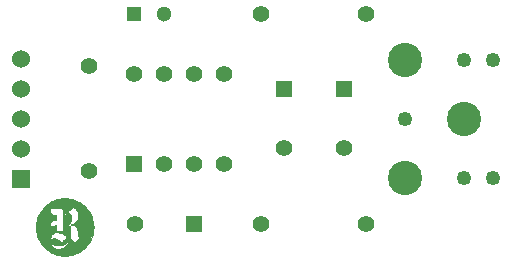
<source format=gts>
G04 #@! TF.FileFunction,Soldermask,Top*
%FSLAX46Y46*%
G04 Gerber Fmt 4.6, Leading zero omitted, Abs format (unit mm)*
G04 Created by KiCad (PCBNEW 4.0.0-rc1-stable) date 10/27/2015 9:53:31 PM*
%MOMM*%
G01*
G04 APERTURE LIST*
%ADD10C,0.150000*%
%ADD11C,0.002540*%
%ADD12R,1.397000X1.397000*%
%ADD13C,1.397000*%
%ADD14C,2.900000*%
%ADD15C,1.250000*%
%ADD16R,1.524000X1.524000*%
%ADD17C,1.524000*%
%ADD18R,1.300000X1.300000*%
%ADD19C,1.300000*%
%ADD20R,1.400000X1.400000*%
%ADD21C,1.400000*%
G04 APERTURE END LIST*
D10*
D11*
G36*
X195224400Y-150337520D02*
X195216780Y-150545800D01*
X195193920Y-150751540D01*
X195150740Y-150957280D01*
X195092320Y-151157940D01*
X195013580Y-151356060D01*
X194919600Y-151546560D01*
X194805300Y-151731980D01*
X194673220Y-151907240D01*
X194630040Y-151960580D01*
X194482720Y-152115520D01*
X194325240Y-152257760D01*
X194183000Y-152364440D01*
X194183000Y-151025860D01*
X194170300Y-151005540D01*
X194167760Y-151003000D01*
X194147440Y-150980140D01*
X194073780Y-151053800D01*
X194038220Y-151089360D01*
X194010280Y-151112220D01*
X193989960Y-151124920D01*
X193974720Y-151130000D01*
X193967100Y-151130000D01*
X193931540Y-151122380D01*
X193903600Y-151094440D01*
X193890900Y-151069040D01*
X193888360Y-151053800D01*
X193885820Y-151018240D01*
X193880740Y-150969980D01*
X193878200Y-150909020D01*
X193875660Y-150842980D01*
X193873120Y-150779480D01*
X193870580Y-150693120D01*
X193868040Y-150624540D01*
X193865500Y-150568660D01*
X193860420Y-150525480D01*
X193855340Y-150492460D01*
X193847720Y-150464520D01*
X193837560Y-150439120D01*
X193824860Y-150416260D01*
X193817240Y-150403560D01*
X193779140Y-150350220D01*
X193728340Y-150304500D01*
X193664840Y-150266400D01*
X193586100Y-150235920D01*
X193489580Y-150210520D01*
X193395600Y-150195280D01*
X193342260Y-150187660D01*
X193306700Y-150180040D01*
X193291460Y-150174960D01*
X193294000Y-150167340D01*
X193314320Y-150154640D01*
X193352420Y-150139400D01*
X193375280Y-150129240D01*
X193481960Y-150083520D01*
X193573400Y-150037800D01*
X193649600Y-149992080D01*
X193715640Y-149943820D01*
X193774060Y-149893020D01*
X193791840Y-149875240D01*
X193845180Y-149809200D01*
X193885820Y-149743160D01*
X193916300Y-149669500D01*
X193934080Y-149585680D01*
X193944240Y-149489160D01*
X193946780Y-149407880D01*
X193944240Y-149308820D01*
X193934080Y-149225000D01*
X193916300Y-149148800D01*
X193888360Y-149082760D01*
X193847720Y-149014180D01*
X193796920Y-148945600D01*
X193781680Y-148927820D01*
X193743580Y-148887180D01*
X193700400Y-148844000D01*
X193652140Y-148798280D01*
X193606420Y-148757640D01*
X193560700Y-148722080D01*
X193517520Y-148691600D01*
X193487040Y-148671280D01*
X193464180Y-148661120D01*
X193461640Y-148661120D01*
X193451480Y-148668740D01*
X193431160Y-148689060D01*
X193403220Y-148719540D01*
X193370200Y-148757640D01*
X193354960Y-148772880D01*
X193311780Y-148823680D01*
X193266060Y-148874480D01*
X193217800Y-148922740D01*
X193161920Y-148976080D01*
X193098420Y-149031960D01*
X193027300Y-149095460D01*
X192940940Y-149169120D01*
X192862200Y-149235160D01*
X192659000Y-149402800D01*
X192653920Y-149181820D01*
X192648840Y-149092920D01*
X192646300Y-149021800D01*
X192641220Y-148965920D01*
X192633600Y-148920200D01*
X192623440Y-148884640D01*
X192608200Y-148856700D01*
X192590420Y-148831300D01*
X192580260Y-148818600D01*
X192552320Y-148788120D01*
X192519300Y-148765260D01*
X192481200Y-148747480D01*
X192438020Y-148737320D01*
X192382140Y-148729700D01*
X192316100Y-148727160D01*
X192232280Y-148729700D01*
X192133220Y-148734780D01*
X192115440Y-148737320D01*
X192001140Y-148744940D01*
X191907160Y-148750020D01*
X191830960Y-148752560D01*
X191767460Y-148752560D01*
X191716660Y-148750020D01*
X191678560Y-148742400D01*
X191650620Y-148734780D01*
X191630300Y-148722080D01*
X191615060Y-148706840D01*
X191604900Y-148686520D01*
X191604900Y-148686520D01*
X191592200Y-148661120D01*
X191574420Y-148650960D01*
X191571880Y-148650960D01*
X191559180Y-148656040D01*
X191549020Y-148668740D01*
X191541400Y-148694140D01*
X191538860Y-148734780D01*
X191536320Y-148790660D01*
X191536320Y-148823680D01*
X191538860Y-148935440D01*
X191549020Y-149034500D01*
X191564260Y-149120860D01*
X191584580Y-149189440D01*
X191609980Y-149242780D01*
X191630300Y-149268180D01*
X191653160Y-149288500D01*
X191676020Y-149303740D01*
X191701420Y-149316440D01*
X191731900Y-149326600D01*
X191770000Y-149331680D01*
X191823340Y-149336760D01*
X191886840Y-149339300D01*
X191965580Y-149341840D01*
X191985900Y-149349460D01*
X192003680Y-149362160D01*
X192011300Y-149369780D01*
X192016380Y-149379940D01*
X192018920Y-149397720D01*
X192021460Y-149420580D01*
X192024000Y-149458680D01*
X192024000Y-149506940D01*
X192024000Y-149575520D01*
X192024000Y-149580600D01*
X192024000Y-149778720D01*
X191960500Y-149778720D01*
X191914780Y-149781260D01*
X191861440Y-149783800D01*
X191828420Y-149788880D01*
X191759840Y-149804120D01*
X191703960Y-149829520D01*
X191655700Y-149867620D01*
X191617600Y-149915880D01*
X191589660Y-149979380D01*
X191566800Y-150058120D01*
X191554100Y-150152100D01*
X191546480Y-150263860D01*
X191546480Y-150337520D01*
X191546480Y-150500080D01*
X191569340Y-150500080D01*
X191582040Y-150497540D01*
X191589660Y-150489920D01*
X191594740Y-150474680D01*
X191602360Y-150441660D01*
X191604900Y-150418800D01*
X191612520Y-150368000D01*
X191622680Y-150329900D01*
X191640460Y-150301960D01*
X191665860Y-150279100D01*
X191701420Y-150266400D01*
X191752220Y-150256240D01*
X191818260Y-150251160D01*
X191871600Y-150248620D01*
X192024000Y-150243540D01*
X192021460Y-150482300D01*
X192021460Y-150561040D01*
X192018920Y-150624540D01*
X192016380Y-150672800D01*
X192011300Y-150708360D01*
X192003680Y-150738840D01*
X191988440Y-150761700D01*
X191968120Y-150782020D01*
X191942720Y-150804880D01*
X191907160Y-150832820D01*
X191889380Y-150845520D01*
X191848740Y-150876000D01*
X191808100Y-150909020D01*
X191777620Y-150934420D01*
X191764920Y-150947120D01*
X191709040Y-151008080D01*
X191655700Y-151086820D01*
X191607440Y-151173180D01*
X191566800Y-151264620D01*
X191543940Y-151323040D01*
X191528700Y-151396700D01*
X191521080Y-151483060D01*
X191521080Y-151571960D01*
X191533780Y-151660860D01*
X191543940Y-151711660D01*
X191584580Y-151823420D01*
X191643000Y-151922480D01*
X191711580Y-152013920D01*
X191795400Y-152087580D01*
X191889380Y-152148540D01*
X191940180Y-152171400D01*
X192039240Y-152201880D01*
X192148460Y-152219660D01*
X192262760Y-152227280D01*
X192377060Y-152219660D01*
X192402460Y-152217120D01*
X192496440Y-152194260D01*
X192590420Y-152161240D01*
X192679320Y-152118060D01*
X192717420Y-152095200D01*
X192783460Y-152044400D01*
X192852040Y-151983440D01*
X192913000Y-151912320D01*
X192966340Y-151841200D01*
X192999360Y-151787860D01*
X193029840Y-151721820D01*
X193050160Y-151663400D01*
X193062860Y-151602440D01*
X193067940Y-151536400D01*
X193070480Y-151477980D01*
X193070480Y-151363680D01*
X193032380Y-151363680D01*
X192994280Y-151363680D01*
X192994280Y-151462740D01*
X192989200Y-151541480D01*
X192973960Y-151604980D01*
X192951100Y-151660860D01*
X192913000Y-151714200D01*
X192890140Y-151739600D01*
X192819020Y-151803100D01*
X192740280Y-151851360D01*
X192669160Y-151879300D01*
X192651380Y-151884380D01*
X192631060Y-151886920D01*
X192605660Y-151892000D01*
X192575180Y-151892000D01*
X192534540Y-151894540D01*
X192483740Y-151897080D01*
X192417700Y-151897080D01*
X192338960Y-151897080D01*
X192262760Y-151897080D01*
X192166240Y-151897080D01*
X192087500Y-151897080D01*
X192024000Y-151894540D01*
X191973200Y-151894540D01*
X191932560Y-151892000D01*
X191902080Y-151889460D01*
X191876680Y-151884380D01*
X191853820Y-151881840D01*
X191848740Y-151879300D01*
X191759840Y-151851360D01*
X191688720Y-151813260D01*
X191635380Y-151767540D01*
X191599820Y-151714200D01*
X191582040Y-151648160D01*
X191576960Y-151597360D01*
X191584580Y-151526240D01*
X191609980Y-151465280D01*
X191650620Y-151414480D01*
X191709040Y-151373840D01*
X191726820Y-151366220D01*
X191754760Y-151353520D01*
X191780160Y-151345900D01*
X191810640Y-151340820D01*
X191848740Y-151338280D01*
X191897000Y-151338280D01*
X191973200Y-151340820D01*
X192044320Y-151350980D01*
X192107820Y-151371300D01*
X192171320Y-151401780D01*
X192237360Y-151442420D01*
X192305940Y-151495760D01*
X192382140Y-151566880D01*
X192410080Y-151594820D01*
X192453260Y-151635460D01*
X192486280Y-151665940D01*
X192506600Y-151681180D01*
X192521840Y-151688800D01*
X192526920Y-151686260D01*
X192537080Y-151676100D01*
X192557400Y-151653240D01*
X192590420Y-151617680D01*
X192631060Y-151571960D01*
X192679320Y-151516080D01*
X192735200Y-151452580D01*
X192796160Y-151384000D01*
X192854580Y-151320500D01*
X193172080Y-150964900D01*
X193154300Y-150939500D01*
X193136520Y-150914100D01*
X193022220Y-151033480D01*
X192907920Y-151155400D01*
X192907920Y-150690580D01*
X192907920Y-150225760D01*
X192986660Y-150225760D01*
X193057780Y-150230840D01*
X193113660Y-150248620D01*
X193159380Y-150276560D01*
X193197480Y-150322280D01*
X193220340Y-150368000D01*
X193248280Y-150423880D01*
X193253360Y-150865840D01*
X193253360Y-150977600D01*
X193255900Y-151069040D01*
X193258440Y-151145240D01*
X193258440Y-151206200D01*
X193260980Y-151257000D01*
X193266060Y-151295100D01*
X193271140Y-151325580D01*
X193278760Y-151348440D01*
X193286380Y-151368760D01*
X193296540Y-151386540D01*
X193311780Y-151401780D01*
X193327020Y-151419560D01*
X193329560Y-151424640D01*
X193349880Y-151442420D01*
X193377820Y-151470360D01*
X193413380Y-151503380D01*
X193454020Y-151538940D01*
X193497200Y-151577040D01*
X193537840Y-151612600D01*
X193575940Y-151645620D01*
X193608960Y-151673560D01*
X193631820Y-151691340D01*
X193641980Y-151698960D01*
X193641980Y-151698960D01*
X193649600Y-151688800D01*
X193667380Y-151665940D01*
X193697860Y-151632920D01*
X193733420Y-151587200D01*
X193779140Y-151531320D01*
X193829940Y-151470360D01*
X193885820Y-151401780D01*
X193908680Y-151373840D01*
X193964560Y-151305260D01*
X194017900Y-151239220D01*
X194066160Y-151180800D01*
X194109340Y-151130000D01*
X194142360Y-151089360D01*
X194165220Y-151058880D01*
X194177920Y-151043640D01*
X194180460Y-151041100D01*
X194183000Y-151025860D01*
X194183000Y-152364440D01*
X194157600Y-152384760D01*
X193974720Y-152496520D01*
X193786760Y-152590500D01*
X193591180Y-152669240D01*
X193385440Y-152730200D01*
X193174620Y-152773380D01*
X192963800Y-152798780D01*
X192750440Y-152806400D01*
X192562480Y-152796240D01*
X192344040Y-152765760D01*
X192130680Y-152714960D01*
X191924940Y-152646380D01*
X191724280Y-152562560D01*
X191533780Y-152458420D01*
X191353440Y-152341580D01*
X191185800Y-152206960D01*
X191028320Y-152057100D01*
X190886080Y-151894540D01*
X190776860Y-151747220D01*
X190657480Y-151554180D01*
X190558420Y-151358600D01*
X190479680Y-151152860D01*
X190418720Y-150944580D01*
X190375540Y-150733760D01*
X190352680Y-150520400D01*
X190347600Y-150304500D01*
X190362840Y-150088600D01*
X190398400Y-149875240D01*
X190451740Y-149661880D01*
X190527940Y-149453600D01*
X190560960Y-149372320D01*
X190660020Y-149174200D01*
X190776860Y-148988780D01*
X190908940Y-148813520D01*
X191056260Y-148650960D01*
X191193420Y-148523960D01*
X191368680Y-148386800D01*
X191551560Y-148267420D01*
X191744600Y-148165820D01*
X191942720Y-148082000D01*
X192145920Y-148015960D01*
X192354200Y-147967700D01*
X192565020Y-147939760D01*
X192778380Y-147929600D01*
X192991740Y-147939760D01*
X193207640Y-147967700D01*
X193418460Y-148013420D01*
X193629280Y-148082000D01*
X193781680Y-148142960D01*
X193979800Y-148242020D01*
X194165220Y-148358860D01*
X194340480Y-148490940D01*
X194503040Y-148638260D01*
X194630040Y-148775420D01*
X194767200Y-148950680D01*
X194886580Y-149131020D01*
X194988180Y-149321520D01*
X195069460Y-149517100D01*
X195135500Y-149717760D01*
X195181220Y-149920960D01*
X195211700Y-150129240D01*
X195224400Y-150337520D01*
X195224400Y-150337520D01*
X195224400Y-150337520D01*
G37*
X195224400Y-150337520D02*
X195216780Y-150545800D01*
X195193920Y-150751540D01*
X195150740Y-150957280D01*
X195092320Y-151157940D01*
X195013580Y-151356060D01*
X194919600Y-151546560D01*
X194805300Y-151731980D01*
X194673220Y-151907240D01*
X194630040Y-151960580D01*
X194482720Y-152115520D01*
X194325240Y-152257760D01*
X194183000Y-152364440D01*
X194183000Y-151025860D01*
X194170300Y-151005540D01*
X194167760Y-151003000D01*
X194147440Y-150980140D01*
X194073780Y-151053800D01*
X194038220Y-151089360D01*
X194010280Y-151112220D01*
X193989960Y-151124920D01*
X193974720Y-151130000D01*
X193967100Y-151130000D01*
X193931540Y-151122380D01*
X193903600Y-151094440D01*
X193890900Y-151069040D01*
X193888360Y-151053800D01*
X193885820Y-151018240D01*
X193880740Y-150969980D01*
X193878200Y-150909020D01*
X193875660Y-150842980D01*
X193873120Y-150779480D01*
X193870580Y-150693120D01*
X193868040Y-150624540D01*
X193865500Y-150568660D01*
X193860420Y-150525480D01*
X193855340Y-150492460D01*
X193847720Y-150464520D01*
X193837560Y-150439120D01*
X193824860Y-150416260D01*
X193817240Y-150403560D01*
X193779140Y-150350220D01*
X193728340Y-150304500D01*
X193664840Y-150266400D01*
X193586100Y-150235920D01*
X193489580Y-150210520D01*
X193395600Y-150195280D01*
X193342260Y-150187660D01*
X193306700Y-150180040D01*
X193291460Y-150174960D01*
X193294000Y-150167340D01*
X193314320Y-150154640D01*
X193352420Y-150139400D01*
X193375280Y-150129240D01*
X193481960Y-150083520D01*
X193573400Y-150037800D01*
X193649600Y-149992080D01*
X193715640Y-149943820D01*
X193774060Y-149893020D01*
X193791840Y-149875240D01*
X193845180Y-149809200D01*
X193885820Y-149743160D01*
X193916300Y-149669500D01*
X193934080Y-149585680D01*
X193944240Y-149489160D01*
X193946780Y-149407880D01*
X193944240Y-149308820D01*
X193934080Y-149225000D01*
X193916300Y-149148800D01*
X193888360Y-149082760D01*
X193847720Y-149014180D01*
X193796920Y-148945600D01*
X193781680Y-148927820D01*
X193743580Y-148887180D01*
X193700400Y-148844000D01*
X193652140Y-148798280D01*
X193606420Y-148757640D01*
X193560700Y-148722080D01*
X193517520Y-148691600D01*
X193487040Y-148671280D01*
X193464180Y-148661120D01*
X193461640Y-148661120D01*
X193451480Y-148668740D01*
X193431160Y-148689060D01*
X193403220Y-148719540D01*
X193370200Y-148757640D01*
X193354960Y-148772880D01*
X193311780Y-148823680D01*
X193266060Y-148874480D01*
X193217800Y-148922740D01*
X193161920Y-148976080D01*
X193098420Y-149031960D01*
X193027300Y-149095460D01*
X192940940Y-149169120D01*
X192862200Y-149235160D01*
X192659000Y-149402800D01*
X192653920Y-149181820D01*
X192648840Y-149092920D01*
X192646300Y-149021800D01*
X192641220Y-148965920D01*
X192633600Y-148920200D01*
X192623440Y-148884640D01*
X192608200Y-148856700D01*
X192590420Y-148831300D01*
X192580260Y-148818600D01*
X192552320Y-148788120D01*
X192519300Y-148765260D01*
X192481200Y-148747480D01*
X192438020Y-148737320D01*
X192382140Y-148729700D01*
X192316100Y-148727160D01*
X192232280Y-148729700D01*
X192133220Y-148734780D01*
X192115440Y-148737320D01*
X192001140Y-148744940D01*
X191907160Y-148750020D01*
X191830960Y-148752560D01*
X191767460Y-148752560D01*
X191716660Y-148750020D01*
X191678560Y-148742400D01*
X191650620Y-148734780D01*
X191630300Y-148722080D01*
X191615060Y-148706840D01*
X191604900Y-148686520D01*
X191604900Y-148686520D01*
X191592200Y-148661120D01*
X191574420Y-148650960D01*
X191571880Y-148650960D01*
X191559180Y-148656040D01*
X191549020Y-148668740D01*
X191541400Y-148694140D01*
X191538860Y-148734780D01*
X191536320Y-148790660D01*
X191536320Y-148823680D01*
X191538860Y-148935440D01*
X191549020Y-149034500D01*
X191564260Y-149120860D01*
X191584580Y-149189440D01*
X191609980Y-149242780D01*
X191630300Y-149268180D01*
X191653160Y-149288500D01*
X191676020Y-149303740D01*
X191701420Y-149316440D01*
X191731900Y-149326600D01*
X191770000Y-149331680D01*
X191823340Y-149336760D01*
X191886840Y-149339300D01*
X191965580Y-149341840D01*
X191985900Y-149349460D01*
X192003680Y-149362160D01*
X192011300Y-149369780D01*
X192016380Y-149379940D01*
X192018920Y-149397720D01*
X192021460Y-149420580D01*
X192024000Y-149458680D01*
X192024000Y-149506940D01*
X192024000Y-149575520D01*
X192024000Y-149580600D01*
X192024000Y-149778720D01*
X191960500Y-149778720D01*
X191914780Y-149781260D01*
X191861440Y-149783800D01*
X191828420Y-149788880D01*
X191759840Y-149804120D01*
X191703960Y-149829520D01*
X191655700Y-149867620D01*
X191617600Y-149915880D01*
X191589660Y-149979380D01*
X191566800Y-150058120D01*
X191554100Y-150152100D01*
X191546480Y-150263860D01*
X191546480Y-150337520D01*
X191546480Y-150500080D01*
X191569340Y-150500080D01*
X191582040Y-150497540D01*
X191589660Y-150489920D01*
X191594740Y-150474680D01*
X191602360Y-150441660D01*
X191604900Y-150418800D01*
X191612520Y-150368000D01*
X191622680Y-150329900D01*
X191640460Y-150301960D01*
X191665860Y-150279100D01*
X191701420Y-150266400D01*
X191752220Y-150256240D01*
X191818260Y-150251160D01*
X191871600Y-150248620D01*
X192024000Y-150243540D01*
X192021460Y-150482300D01*
X192021460Y-150561040D01*
X192018920Y-150624540D01*
X192016380Y-150672800D01*
X192011300Y-150708360D01*
X192003680Y-150738840D01*
X191988440Y-150761700D01*
X191968120Y-150782020D01*
X191942720Y-150804880D01*
X191907160Y-150832820D01*
X191889380Y-150845520D01*
X191848740Y-150876000D01*
X191808100Y-150909020D01*
X191777620Y-150934420D01*
X191764920Y-150947120D01*
X191709040Y-151008080D01*
X191655700Y-151086820D01*
X191607440Y-151173180D01*
X191566800Y-151264620D01*
X191543940Y-151323040D01*
X191528700Y-151396700D01*
X191521080Y-151483060D01*
X191521080Y-151571960D01*
X191533780Y-151660860D01*
X191543940Y-151711660D01*
X191584580Y-151823420D01*
X191643000Y-151922480D01*
X191711580Y-152013920D01*
X191795400Y-152087580D01*
X191889380Y-152148540D01*
X191940180Y-152171400D01*
X192039240Y-152201880D01*
X192148460Y-152219660D01*
X192262760Y-152227280D01*
X192377060Y-152219660D01*
X192402460Y-152217120D01*
X192496440Y-152194260D01*
X192590420Y-152161240D01*
X192679320Y-152118060D01*
X192717420Y-152095200D01*
X192783460Y-152044400D01*
X192852040Y-151983440D01*
X192913000Y-151912320D01*
X192966340Y-151841200D01*
X192999360Y-151787860D01*
X193029840Y-151721820D01*
X193050160Y-151663400D01*
X193062860Y-151602440D01*
X193067940Y-151536400D01*
X193070480Y-151477980D01*
X193070480Y-151363680D01*
X193032380Y-151363680D01*
X192994280Y-151363680D01*
X192994280Y-151462740D01*
X192989200Y-151541480D01*
X192973960Y-151604980D01*
X192951100Y-151660860D01*
X192913000Y-151714200D01*
X192890140Y-151739600D01*
X192819020Y-151803100D01*
X192740280Y-151851360D01*
X192669160Y-151879300D01*
X192651380Y-151884380D01*
X192631060Y-151886920D01*
X192605660Y-151892000D01*
X192575180Y-151892000D01*
X192534540Y-151894540D01*
X192483740Y-151897080D01*
X192417700Y-151897080D01*
X192338960Y-151897080D01*
X192262760Y-151897080D01*
X192166240Y-151897080D01*
X192087500Y-151897080D01*
X192024000Y-151894540D01*
X191973200Y-151894540D01*
X191932560Y-151892000D01*
X191902080Y-151889460D01*
X191876680Y-151884380D01*
X191853820Y-151881840D01*
X191848740Y-151879300D01*
X191759840Y-151851360D01*
X191688720Y-151813260D01*
X191635380Y-151767540D01*
X191599820Y-151714200D01*
X191582040Y-151648160D01*
X191576960Y-151597360D01*
X191584580Y-151526240D01*
X191609980Y-151465280D01*
X191650620Y-151414480D01*
X191709040Y-151373840D01*
X191726820Y-151366220D01*
X191754760Y-151353520D01*
X191780160Y-151345900D01*
X191810640Y-151340820D01*
X191848740Y-151338280D01*
X191897000Y-151338280D01*
X191973200Y-151340820D01*
X192044320Y-151350980D01*
X192107820Y-151371300D01*
X192171320Y-151401780D01*
X192237360Y-151442420D01*
X192305940Y-151495760D01*
X192382140Y-151566880D01*
X192410080Y-151594820D01*
X192453260Y-151635460D01*
X192486280Y-151665940D01*
X192506600Y-151681180D01*
X192521840Y-151688800D01*
X192526920Y-151686260D01*
X192537080Y-151676100D01*
X192557400Y-151653240D01*
X192590420Y-151617680D01*
X192631060Y-151571960D01*
X192679320Y-151516080D01*
X192735200Y-151452580D01*
X192796160Y-151384000D01*
X192854580Y-151320500D01*
X193172080Y-150964900D01*
X193154300Y-150939500D01*
X193136520Y-150914100D01*
X193022220Y-151033480D01*
X192907920Y-151155400D01*
X192907920Y-150690580D01*
X192907920Y-150225760D01*
X192986660Y-150225760D01*
X193057780Y-150230840D01*
X193113660Y-150248620D01*
X193159380Y-150276560D01*
X193197480Y-150322280D01*
X193220340Y-150368000D01*
X193248280Y-150423880D01*
X193253360Y-150865840D01*
X193253360Y-150977600D01*
X193255900Y-151069040D01*
X193258440Y-151145240D01*
X193258440Y-151206200D01*
X193260980Y-151257000D01*
X193266060Y-151295100D01*
X193271140Y-151325580D01*
X193278760Y-151348440D01*
X193286380Y-151368760D01*
X193296540Y-151386540D01*
X193311780Y-151401780D01*
X193327020Y-151419560D01*
X193329560Y-151424640D01*
X193349880Y-151442420D01*
X193377820Y-151470360D01*
X193413380Y-151503380D01*
X193454020Y-151538940D01*
X193497200Y-151577040D01*
X193537840Y-151612600D01*
X193575940Y-151645620D01*
X193608960Y-151673560D01*
X193631820Y-151691340D01*
X193641980Y-151698960D01*
X193641980Y-151698960D01*
X193649600Y-151688800D01*
X193667380Y-151665940D01*
X193697860Y-151632920D01*
X193733420Y-151587200D01*
X193779140Y-151531320D01*
X193829940Y-151470360D01*
X193885820Y-151401780D01*
X193908680Y-151373840D01*
X193964560Y-151305260D01*
X194017900Y-151239220D01*
X194066160Y-151180800D01*
X194109340Y-151130000D01*
X194142360Y-151089360D01*
X194165220Y-151058880D01*
X194177920Y-151043640D01*
X194180460Y-151041100D01*
X194183000Y-151025860D01*
X194183000Y-152364440D01*
X194157600Y-152384760D01*
X193974720Y-152496520D01*
X193786760Y-152590500D01*
X193591180Y-152669240D01*
X193385440Y-152730200D01*
X193174620Y-152773380D01*
X192963800Y-152798780D01*
X192750440Y-152806400D01*
X192562480Y-152796240D01*
X192344040Y-152765760D01*
X192130680Y-152714960D01*
X191924940Y-152646380D01*
X191724280Y-152562560D01*
X191533780Y-152458420D01*
X191353440Y-152341580D01*
X191185800Y-152206960D01*
X191028320Y-152057100D01*
X190886080Y-151894540D01*
X190776860Y-151747220D01*
X190657480Y-151554180D01*
X190558420Y-151358600D01*
X190479680Y-151152860D01*
X190418720Y-150944580D01*
X190375540Y-150733760D01*
X190352680Y-150520400D01*
X190347600Y-150304500D01*
X190362840Y-150088600D01*
X190398400Y-149875240D01*
X190451740Y-149661880D01*
X190527940Y-149453600D01*
X190560960Y-149372320D01*
X190660020Y-149174200D01*
X190776860Y-148988780D01*
X190908940Y-148813520D01*
X191056260Y-148650960D01*
X191193420Y-148523960D01*
X191368680Y-148386800D01*
X191551560Y-148267420D01*
X191744600Y-148165820D01*
X191942720Y-148082000D01*
X192145920Y-148015960D01*
X192354200Y-147967700D01*
X192565020Y-147939760D01*
X192778380Y-147929600D01*
X192991740Y-147939760D01*
X193207640Y-147967700D01*
X193418460Y-148013420D01*
X193629280Y-148082000D01*
X193781680Y-148142960D01*
X193979800Y-148242020D01*
X194165220Y-148358860D01*
X194340480Y-148490940D01*
X194503040Y-148638260D01*
X194630040Y-148775420D01*
X194767200Y-148950680D01*
X194886580Y-149131020D01*
X194988180Y-149321520D01*
X195069460Y-149517100D01*
X195135500Y-149717760D01*
X195181220Y-149920960D01*
X195211700Y-150129240D01*
X195224400Y-150337520D01*
X195224400Y-150337520D01*
G36*
X192844420Y-150431500D02*
X192844420Y-150561040D01*
X192844420Y-150647400D01*
X192841880Y-151086820D01*
X192801240Y-151056340D01*
X192666620Y-150967440D01*
X192526920Y-150896320D01*
X192384680Y-150842980D01*
X192237360Y-150809960D01*
X192176400Y-150802340D01*
X192051940Y-150789640D01*
X192097660Y-150771860D01*
X192163700Y-150746460D01*
X192244980Y-150726140D01*
X192331340Y-150705820D01*
X192417700Y-150693120D01*
X192498980Y-150688040D01*
X192570100Y-150685500D01*
X192590420Y-150688040D01*
X192653920Y-150695660D01*
X192653920Y-150086060D01*
X192653920Y-149479000D01*
X192747900Y-149400260D01*
X192841880Y-149324060D01*
X192844420Y-149763480D01*
X192844420Y-149880320D01*
X192844420Y-150012400D01*
X192844420Y-150152100D01*
X192844420Y-150294340D01*
X192844420Y-150431500D01*
X192844420Y-150431500D01*
X192844420Y-150431500D01*
G37*
X192844420Y-150431500D02*
X192844420Y-150561040D01*
X192844420Y-150647400D01*
X192841880Y-151086820D01*
X192801240Y-151056340D01*
X192666620Y-150967440D01*
X192526920Y-150896320D01*
X192384680Y-150842980D01*
X192237360Y-150809960D01*
X192176400Y-150802340D01*
X192051940Y-150789640D01*
X192097660Y-150771860D01*
X192163700Y-150746460D01*
X192244980Y-150726140D01*
X192331340Y-150705820D01*
X192417700Y-150693120D01*
X192498980Y-150688040D01*
X192570100Y-150685500D01*
X192590420Y-150688040D01*
X192653920Y-150695660D01*
X192653920Y-150086060D01*
X192653920Y-149479000D01*
X192747900Y-149400260D01*
X192841880Y-149324060D01*
X192844420Y-149763480D01*
X192844420Y-149880320D01*
X192844420Y-150012400D01*
X192844420Y-150152100D01*
X192844420Y-150294340D01*
X192844420Y-150431500D01*
X192844420Y-150431500D01*
G36*
X193324480Y-149639020D02*
X193319400Y-149760940D01*
X193299080Y-149867620D01*
X193268600Y-149959060D01*
X193225420Y-150035260D01*
X193167000Y-150093680D01*
X193144140Y-150111460D01*
X193095880Y-150136860D01*
X193037460Y-150157180D01*
X192979040Y-150172420D01*
X192940940Y-150174960D01*
X192907920Y-150174960D01*
X192910460Y-149720300D01*
X192913000Y-149265640D01*
X192956180Y-149235160D01*
X192986660Y-149217380D01*
X193012060Y-149207220D01*
X193045080Y-149204680D01*
X193062860Y-149204680D01*
X193121280Y-149209760D01*
X193167000Y-149227540D01*
X193207640Y-149260560D01*
X193220340Y-149273260D01*
X193260980Y-149329140D01*
X193294000Y-149400260D01*
X193314320Y-149484080D01*
X193321940Y-149585680D01*
X193324480Y-149639020D01*
X193324480Y-149639020D01*
X193324480Y-149639020D01*
G37*
X193324480Y-149639020D02*
X193319400Y-149760940D01*
X193299080Y-149867620D01*
X193268600Y-149959060D01*
X193225420Y-150035260D01*
X193167000Y-150093680D01*
X193144140Y-150111460D01*
X193095880Y-150136860D01*
X193037460Y-150157180D01*
X192979040Y-150172420D01*
X192940940Y-150174960D01*
X192907920Y-150174960D01*
X192910460Y-149720300D01*
X192913000Y-149265640D01*
X192956180Y-149235160D01*
X192986660Y-149217380D01*
X193012060Y-149207220D01*
X193045080Y-149204680D01*
X193062860Y-149204680D01*
X193121280Y-149209760D01*
X193167000Y-149227540D01*
X193207640Y-149260560D01*
X193220340Y-149273260D01*
X193260980Y-149329140D01*
X193294000Y-149400260D01*
X193314320Y-149484080D01*
X193321940Y-149585680D01*
X193324480Y-149639020D01*
X193324480Y-149639020D01*
D12*
X198628000Y-145034000D03*
D13*
X201168000Y-145034000D03*
X203708000Y-145034000D03*
X206248000Y-145034000D03*
X206248000Y-137414000D03*
X203708000Y-137414000D03*
X201168000Y-137414000D03*
X198628000Y-137414000D03*
D14*
X226568000Y-141224000D03*
X221568000Y-136224000D03*
X221568000Y-146224000D03*
D15*
X221568000Y-141224000D03*
X226568000Y-146224000D03*
X226568000Y-136224000D03*
X229068000Y-136224000D03*
X229068000Y-146224000D03*
D13*
X194818000Y-136779000D03*
X194818000Y-145669000D03*
X209423000Y-132334000D03*
X218313000Y-132334000D03*
X209423000Y-150114000D03*
X218313000Y-150114000D03*
D16*
X189103000Y-146304000D03*
D17*
X189103000Y-143764000D03*
X189103000Y-141224000D03*
X189103000Y-138684000D03*
X189103000Y-136144000D03*
D18*
X198691500Y-132334000D03*
D19*
X201191500Y-132334000D03*
D20*
X203708000Y-150114000D03*
D21*
X198708000Y-150114000D03*
D20*
X216408000Y-138684000D03*
D21*
X216408000Y-143684000D03*
D20*
X211328000Y-138684000D03*
D21*
X211328000Y-143684000D03*
M02*

</source>
